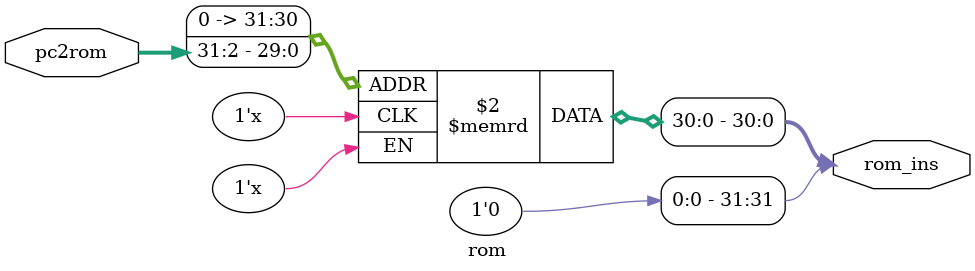
<source format=v>
module rom(
	input wire [31:0] pc2rom,
	output reg [31:0] rom_ins
);

	reg[31:1] rom_mem[0:11];
	
	always @(*)begin
		rom_ins = rom_mem[pc2rom>>2];
	end

	
endmodule

</source>
